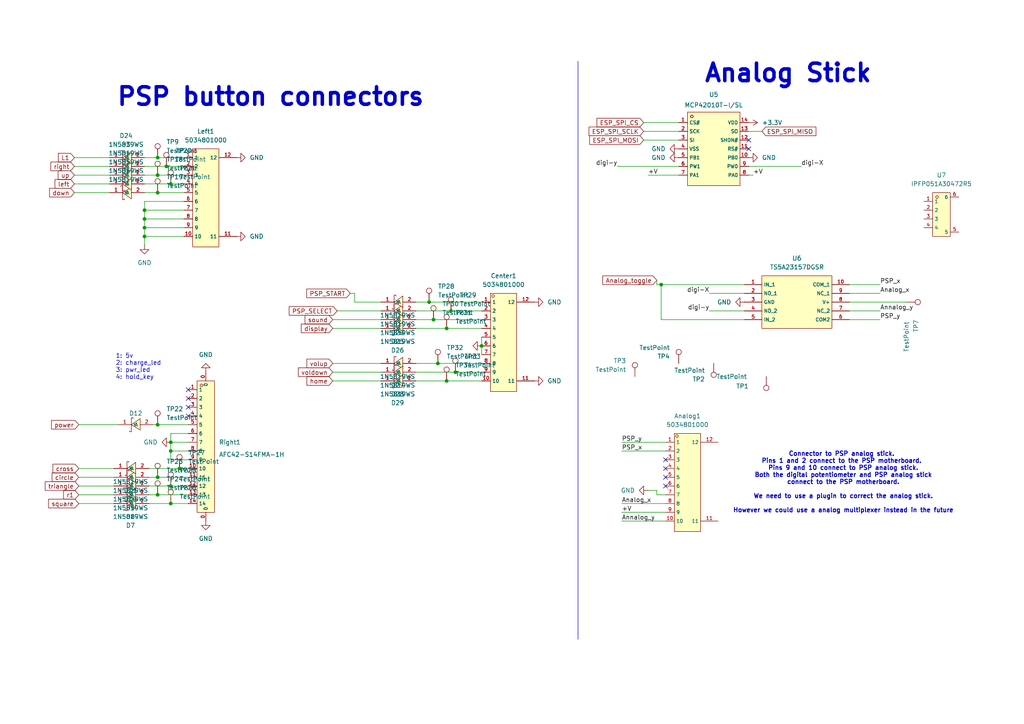
<source format=kicad_sch>
(kicad_sch (version 20231120) (generator "eeschema") (generator_version "8.0")
  (paper "A4")
  (title_block (title "PSP-Bluetooth") (date "2024-07-25") (rev "0.1") (comment 2 "https://github.com/ste2425/PSP-Bluetooth") (comment 4 "UNDER REVIEW - SUBJECT TO CHANGE"))
  (lib_symbols
    (symbol "5034801000_1"
      (property "Reference" "P" (at 0 1.27 0))
      (property "Value" "5034801000" (at 0 -2.54 0))
      (symbol "5034801000_1_0_1"
        (rectangle (start -1.27 13.97) (end 6.35 -14.478) (fill (type background)))
        (circle (center -0.508 13.208) (radius 0.381) (fill (type background)))
        (pin unspecified line (at -3.81 11.43 0) (length 2.54) (name "1") (number "1"))
        (pin unspecified line (at -3.81 -11.43 0) (length 2.54) (name "10") (number "10"))
        (pin unspecified line (at 11.43 -11.43 180) (length 5.08) (name "11") (number "11"))
        (pin unspecified line (at 11.43 11.43 180) (length 5.08) (name "12") (number "12"))
        (pin unspecified line (at -3.81 8.89 0) (length 2.54) (name "2") (number "2"))
        (pin unspecified line (at -3.81 6.35 0) (length 2.54) (name "3") (number "3"))
        (pin unspecified line (at -3.81 3.81 0) (length 2.54) (name "4") (number "4"))
        (pin unspecified line (at -3.81 1.27 0) (length 2.54) (name "5") (number "5"))
        (pin unspecified line (at -3.81 -1.27 0) (length 2.54) (name "6") (number "6"))
        (pin unspecified line (at -3.81 -3.81 0) (length 2.54) (name "7") (number "7"))
        (pin unspecified line (at -3.81 -6.35 0) (length 2.54) (name "8") (number "8"))
        (pin unspecified line (at -3.81 -8.89 0) (length 2.54) (name "9") (number "9"))
      )
    )
    (symbol "Connector:TestPoint" (pin_numbers hide) (pin_names (offset 0.762) hide)
      (property "Reference" "TP" (at 0 6.858 0))
      (property "Value" "TestPoint" (at 0 5.08 0))
      (symbol "TestPoint_0_1"
        (circle (center 0 3.302) (radius 0.762))
      )
      (symbol "TestPoint_1_1"
        (pin passive line (at 0 0 90) (length 2.54) (name "1") (number "1"))
      )
    )
    (symbol "JLCPCB_schematic:1N5819WS"
      (property "Reference" "D" (at 0 1.27 0))
      (property "Value" "1N5819WS" (at 0 -2.54 0))
      (symbol "1N5819WS_0_1"
        (polyline (pts (xy -1.27 0) (xy -1.27 -2.032) (xy -0.762 -2.032) (xy -0.762 -1.778)))
        (polyline (pts (xy -1.27 0) (xy -1.27 2.032) (xy -1.778 2.032) (xy -1.778 1.778)))
        (polyline (pts (xy 1.27 1.524) (xy -1.27 0) (xy 1.27 -1.778) (xy 1.27 1.524)) (fill (type background)))
        (pin unspecified line (at -5.08 0 0) (length 3.81) (name "K") (number "1"))
        (pin unspecified line (at 5.08 0 180) (length 3.81) (name "A") (number "2"))
      )
    )
    (symbol "JLCPCB_schematic:AFC42-S14FMA-1H"
      (property "Reference" "U" (at 0 1.27 0))
      (property "Value" "AFC42-S14FMA-1H" (at 0 -2.54 0))
      (symbol "AFC42-S14FMA-1H_0_1"
        (rectangle (start -2.54 19.05) (end 2.54 -19.05) (fill (type background)))
        (circle (center -1.27 17.78) (radius 0.381) (fill (type background)))
        (pin unspecified line (at 0 -21.59 90) (length 2.54) (name "0") (number "0"))
        (pin unspecified line (at 0 21.59 270) (length 2.54) (name "0") (number "0"))
        (pin unspecified line (at -5.08 16.51 0) (length 2.54) (name "1") (number "1"))
        (pin unspecified line (at -5.08 -6.35 0) (length 2.54) (name "10") (number "10"))
        (pin unspecified line (at -5.08 -8.89 0) (length 2.54) (name "11") (number "11"))
        (pin unspecified line (at -5.08 -11.43 0) (length 2.54) (name "12") (number "12"))
        (pin unspecified line (at -5.08 -13.97 0) (length 2.54) (name "13") (number "13"))
        (pin unspecified line (at -5.08 -16.51 0) (length 2.54) (name "14") (number "14"))
        (pin unspecified line (at -5.08 13.97 0) (length 2.54) (name "2") (number "2"))
        (pin unspecified line (at -5.08 11.43 0) (length 2.54) (name "3") (number "3"))
        (pin unspecified line (at -5.08 8.89 0) (length 2.54) (name "4") (number "4"))
        (pin unspecified line (at -5.08 6.35 0) (length 2.54) (name "5") (number "5"))
        (pin unspecified line (at -5.08 3.81 0) (length 2.54) (name "6") (number "6"))
        (pin unspecified line (at -5.08 1.27 0) (length 2.54) (name "7") (number "7"))
        (pin unspecified line (at -5.08 -1.27 0) (length 2.54) (name "8") (number "8"))
        (pin unspecified line (at -5.08 -3.81 0) (length 2.54) (name "9") (number "9"))
      )
    )
    (symbol "JLCPCB_schematic:IPFP051A30472R5"
      (property "Reference" "U" (at 0 1.27 0))
      (property "Value" "IPFP051A30472R5" (at 0 -2.54 0))
      (symbol "IPFP051A30472R5_0_1"
        (rectangle (start -2.54 6.35) (end 2.54 -6.35) (fill (type background)))
        (circle (center -1.27 5.08) (radius 0.381) (fill (type background)))
        (pin unspecified line (at -5.08 3.81 0) (length 2.54) (name "1") (number "1"))
        (pin unspecified line (at -5.08 1.27 0) (length 2.54) (name "2") (number "2"))
        (pin unspecified line (at -5.08 -1.27 0) (length 2.54) (name "3") (number "3"))
        (pin unspecified line (at -5.08 -3.81 0) (length 2.54) (name "4") (number "4"))
        (pin unspecified line (at 5.08 -5.08 180) (length 2.54) (name "5") (number "5"))
        (pin unspecified line (at 5.08 5.08 180) (length 2.54) (name "6") (number "6"))
      )
    )
    (symbol "JLCPCB_schematic:MCP42010T-I/SL"
      (property "Reference" "U" (at 0 1.27 0))
      (property "Value" "MCP42010T-I{slash}SL" (at 0 -2.54 0))
      (symbol "MCP42010T-I/SL_0_1"
        (rectangle (start -7.62 10.668) (end 7.62 -10.668) (fill (type background)))
        (circle (center -6.35 9.398) (radius 0.381) (fill (type background)))
        (circle (center -6.35 9.398) (radius 0.381) (fill (type background)))
        (pin unspecified line (at -10.16 7.62 0) (length 2.54) (name "CS#") (number "1"))
        (pin unspecified line (at 10.16 -2.54 180) (length 2.54) (name "PB0") (number "10"))
        (pin unspecified line (at 10.16 0 180) (length 2.54) (name "RS#") (number "11"))
        (pin unspecified line (at 10.16 2.54 180) (length 2.54) (name "SHDN#") (number "12"))
        (pin unspecified line (at 10.16 5.08 180) (length 2.54) (name "SO") (number "13"))
        (pin unspecified line (at 10.16 7.62 180) (length 2.54) (name "VDD") (number "14"))
        (pin unspecified line (at -10.16 5.08 0) (length 2.54) (name "SCK") (number "2"))
        (pin unspecified line (at -10.16 2.54 0) (length 2.54) (name "SI") (number "3"))
        (pin unspecified line (at -10.16 0 0) (length 2.54) (name "VSS") (number "4"))
        (pin unspecified line (at -10.16 -2.54 0) (length 2.54) (name "PB1") (number "5"))
        (pin unspecified line (at -10.16 -5.08 0) (length 2.54) (name "PW1") (number "6"))
        (pin unspecified line (at -10.16 -7.62 0) (length 2.54) (name "PA1") (number "7"))
        (pin unspecified line (at 10.16 -7.62 180) (length 2.54) (name "PA0") (number "8"))
        (pin unspecified line (at 10.16 -5.08 180) (length 2.54) (name "PW0") (number "9"))
      )
    )
    (symbol "JLCPCB_schematic:TS5A23157DGSR"
      (property "Reference" "U" (at 0 1.27 0))
      (property "Value" "TS5A23157DGSR" (at 0 -2.54 0))
      (symbol "TS5A23157DGSR_0_1"
        (rectangle (start -10.16 7.62) (end 10.16 -7.62) (fill (type background)))
        (pin unspecified line (at -15.24 5.08 0) (length 5.08) (name "IN_1") (number "1"))
        (pin unspecified line (at 15.24 5.08 180) (length 5.08) (name "COM_1") (number "10"))
        (pin unspecified line (at -15.24 2.54 0) (length 5.08) (name "NO_1") (number "2"))
        (pin unspecified line (at -15.24 0 0) (length 5.08) (name "GND") (number "3"))
        (pin unspecified line (at -15.24 -2.54 0) (length 5.08) (name "NO_2") (number "4"))
        (pin unspecified line (at -15.24 -5.08 0) (length 5.08) (name "IN_2") (number "5"))
        (pin unspecified line (at 15.24 -5.08 180) (length 5.08) (name "COM2") (number "6"))
        (pin unspecified line (at 15.24 -2.54 180) (length 5.08) (name "NC_2") (number "7"))
        (pin unspecified line (at 15.24 0 180) (length 5.08) (name "V+") (number "8"))
        (pin unspecified line (at 15.24 2.54 180) (length 5.08) (name "NC_1") (number "9"))
      )
    )
    (symbol "power:+3.3V" (power) (pin_numbers hide) (pin_names (offset 0) hide)
      (property "Value" "+3.3V" (at 0 3.556 0))
      (symbol "+3.3V_0_1"
        (polyline (pts (xy -0.762 1.27) (xy 0 2.54)))
        (polyline (pts (xy 0 0) (xy 0 2.54)))
        (polyline (pts (xy 0 2.54) (xy 0.762 1.27)))
      )
      (symbol "+3.3V_1_1"
        (pin power_in line (at 0 0 90) (length 0) (name "~") (number "1"))
      )
    )
    (symbol "power:GND" (power) (pin_numbers hide) (pin_names (offset 0) hide)
      (property "Value" "GND" (at 0 -3.81 0))
      (symbol "GND_0_1"
        (polyline (pts (xy 0 0) (xy 0 -1.27) (xy 1.27 -1.27) (xy 0 -2.54) (xy -1.27 -1.27) (xy 0 -1.27)))
      )
      (symbol "GND_1_1"
        (pin power_in line (at 0 0 270) (length 0) (name "~") (number "1"))
      )
    )
  )
  (junction (at 49.53 128.27))
  (junction (at 49.53 130.81))
  (junction (at 45.72 55.88))
  (junction (at 52.07 135.89))
  (junction (at 45.72 143.51))
  (junction (at 127 105.41))
  (junction (at 45.72 123.19))
  (junction (at 130.81 90.17))
  (junction (at 45.72 138.43))
  (junction (at 41.91 60.96))
  (junction (at 132.08 107.95))
  (junction (at 139.7 100.33))
  (junction (at 49.53 140.97))
  (junction (at 49.53 53.34))
  (junction (at 49.53 146.05))
  (junction (at 191.77 82.55))
  (junction (at 129.54 110.49))
  (junction (at 45.72 45.72))
  (junction (at 129.54 95.25))
  (junction (at 41.91 68.58))
  (junction (at 48.26 48.26))
  (junction (at 124.46 87.63))
  (junction (at 45.72 50.8))
  (junction (at 41.91 66.04))
  (junction (at 125.73 92.71))
  (junction (at 41.91 63.5))
  (no_connect (at 193.04 135.89))
  (no_connect (at 217.17 43.18))
  (no_connect (at 54.61 113.03))
  (no_connect (at 193.04 140.97))
  (no_connect (at 54.61 115.57))
  (no_connect (at 217.17 40.64))
  (no_connect (at 193.04 133.35))
  (no_connect (at 193.04 138.43))
  (no_connect (at 54.61 120.65))
  (no_connect (at 54.61 118.11))
  (wire (pts (xy 43.18 140.97) (xy 49.53 140.97)))
  (wire (pts (xy 180.34 148.59) (xy 193.04 148.59)))
  (wire (pts (xy 186.69 35.56) (xy 196.85 35.56)))
  (wire (pts (xy 21.59 50.8) (xy 31.75 50.8)))
  (wire (pts (xy 54.61 130.81) (xy 49.53 130.81)))
  (wire (pts (xy 21.59 55.88) (xy 31.75 55.88)))
  (wire (pts (xy 96.52 110.49) (xy 110.49 110.49)))
  (wire (pts (xy 120.65 95.25) (xy 129.54 95.25)))
  (wire (pts (xy 45.72 50.8) (xy 53.34 50.8)))
  (wire (pts (xy 41.91 68.58) (xy 53.34 68.58)))
  (wire (pts (xy 191.77 82.55) (xy 190.5 82.55)))
  (wire (pts (xy 139.7 97.79) (xy 139.7 100.33)))
  (wire (pts (xy 54.61 125.73) (xy 49.53 125.73)))
  (wire (pts (xy 49.53 133.35) (xy 49.53 130.81)))
  (wire (pts (xy 186.69 40.64) (xy 196.85 40.64)))
  (wire (pts (xy 127 105.41) (xy 139.7 105.41)))
  (wire (pts (xy 97.79 90.17) (xy 110.49 90.17)))
  (wire (pts (xy 49.53 130.81) (xy 49.53 128.27)))
  (wire (pts (xy 246.38 92.71) (xy 255.27 92.71)))
  (wire (pts (xy 246.38 85.09) (xy 255.27 85.09)))
  (wire (pts (xy 215.9 92.71) (xy 191.77 92.71)))
  (wire (pts (xy 22.86 146.05) (xy 33.02 146.05)))
  (wire (pts (xy 41.91 58.42) (xy 41.91 60.96)))
  (wire (pts (xy 44.45 123.19) (xy 45.72 123.19)))
  (wire (pts (xy 102.87 87.63) (xy 110.49 87.63)))
  (wire (pts (xy 180.34 146.05) (xy 193.04 146.05)))
  (wire (pts (xy 41.91 45.72) (xy 45.72 45.72)))
  (wire (pts (xy 217.17 50.8) (xy 218.44 50.8)))
  (wire (pts (xy 129.54 110.49) (xy 139.7 110.49)))
  (wire (pts (xy 43.18 146.05) (xy 49.53 146.05)))
  (wire (pts (xy 22.86 140.97) (xy 33.02 140.97)))
  (wire (pts (xy 52.07 135.89) (xy 54.61 135.89)))
  (wire (pts (xy 41.91 53.34) (xy 49.53 53.34)))
  (wire (pts (xy 120.65 105.41) (xy 127 105.41)))
  (wire (pts (xy 43.18 138.43) (xy 45.72 138.43)))
  (wire (pts (xy 22.86 143.51) (xy 33.02 143.51)))
  (wire (pts (xy 215.9 82.55) (xy 191.77 82.55)))
  (wire (pts (xy 180.34 151.13) (xy 193.04 151.13)))
  (wire (pts (xy 41.91 66.04) (xy 41.91 68.58)))
  (wire (pts (xy 49.53 146.05) (xy 54.61 146.05)))
  (wire (pts (xy 41.91 63.5) (xy 41.91 66.04)))
  (wire (pts (xy 246.38 82.55) (xy 255.27 82.55)))
  (wire (pts (xy 49.53 140.97) (xy 54.61 140.97)))
  (wire (pts (xy 193.04 143.51) (xy 190.5 143.51)))
  (wire (pts (xy 120.65 110.49) (xy 129.54 110.49)))
  (wire (pts (xy 101.6 85.09) (xy 102.87 85.09)))
  (wire (pts (xy 21.59 53.34) (xy 31.75 53.34)))
  (wire (pts (xy 102.87 85.09) (xy 102.87 87.63)))
  (wire (pts (xy 132.08 107.95) (xy 139.7 107.95)))
  (wire (pts (xy 54.61 133.35) (xy 49.53 133.35)))
  (wire (pts (xy 96.52 95.25) (xy 110.49 95.25)))
  (wire (pts (xy 217.17 38.1) (xy 220.98 38.1)))
  (wire (pts (xy 41.91 66.04) (xy 53.34 66.04)))
  (wire (pts (xy 45.72 143.51) (xy 54.61 143.51)))
  (wire (pts (xy 205.74 90.17) (xy 215.9 90.17)))
  (wire (pts (xy 21.59 48.26) (xy 31.75 48.26)))
  (wire (pts (xy 96.52 105.41) (xy 110.49 105.41)))
  (wire (pts (xy 43.18 135.89) (xy 52.07 135.89)))
  (wire (pts (xy 205.74 85.09) (xy 215.9 85.09)))
  (wire (pts (xy 190.5 143.51) (xy 190.5 142.24)))
  (wire (pts (xy 49.53 128.27) (xy 49.53 125.73)))
  (wire (pts (xy 246.38 87.63) (xy 262.89 87.63)))
  (wire (pts (xy 45.72 55.88) (xy 53.34 55.88)))
  (wire (pts (xy 41.91 60.96) (xy 41.91 63.5)))
  (wire (pts (xy 190.5 82.55) (xy 190.5 81.28)))
  (wire (pts (xy 180.34 128.27) (xy 193.04 128.27)))
  (wire (pts (xy 180.34 130.81) (xy 193.04 130.81)))
  (wire (pts (xy 54.61 128.27) (xy 49.53 128.27)))
  (wire (pts (xy 232.41 48.26) (xy 217.17 48.26)))
  (wire (pts (xy 22.86 123.19) (xy 34.29 123.19)))
  (wire (pts (xy 96.52 92.71) (xy 110.49 92.71)))
  (wire (pts (xy 120.65 87.63) (xy 124.46 87.63)))
  (polyline (pts (xy 167.64 17.78) (xy 167.64 185.42)))
  (wire (pts (xy 186.69 38.1) (xy 196.85 38.1)))
  (wire (pts (xy 191.77 92.71) (xy 191.77 82.55)))
  (wire (pts (xy 96.52 107.95) (xy 110.49 107.95)))
  (wire (pts (xy 22.86 135.89) (xy 33.02 135.89)))
  (wire (pts (xy 53.34 58.42) (xy 41.91 58.42)))
  (wire (pts (xy 41.91 48.26) (xy 48.26 48.26)))
  (wire (pts (xy 21.59 45.72) (xy 31.75 45.72)))
  (wire (pts (xy 45.72 123.19) (xy 54.61 123.19)))
  (wire (pts (xy 179.07 48.26) (xy 196.85 48.26)))
  (wire (pts (xy 41.91 63.5) (xy 53.34 63.5)))
  (wire (pts (xy 41.91 68.58) (xy 41.91 71.12)))
  (wire (pts (xy 190.5 142.24) (xy 187.96 142.24)))
  (wire (pts (xy 124.46 87.63) (xy 139.7 87.63)))
  (wire (pts (xy 129.54 95.25) (xy 139.7 95.25)))
  (wire (pts (xy 22.86 138.43) (xy 33.02 138.43)))
  (wire (pts (xy 41.91 50.8) (xy 45.72 50.8)))
  (wire (pts (xy 45.72 45.72) (xy 53.34 45.72)))
  (wire (pts (xy 43.18 143.51) (xy 45.72 143.51)))
  (wire (pts (xy 187.96 50.8) (xy 196.85 50.8)))
  (wire (pts (xy 48.26 48.26) (xy 53.34 48.26)))
  (wire (pts (xy 120.65 107.95) (xy 132.08 107.95)))
  (wire (pts (xy 41.91 60.96) (xy 53.34 60.96)))
  (wire (pts (xy 41.91 55.88) (xy 45.72 55.88)))
  (wire (pts (xy 49.53 53.34) (xy 53.34 53.34)))
  (wire (pts (xy 139.7 100.33) (xy 139.7 102.87)))
  (wire (pts (xy 130.81 90.17) (xy 139.7 90.17)))
  (wire (pts (xy 45.72 138.43) (xy 54.61 138.43)))
  (wire (pts (xy 120.65 92.71) (xy 125.73 92.71)))
  (wire (pts (xy 246.38 90.17) (xy 255.27 90.17)))
  (wire (pts (xy 120.65 90.17) (xy 130.81 90.17)))
  (wire (pts (xy 125.73 92.71) (xy 139.7 92.71)))
  (text "PSP button connectors" (at 78.486 28.194 0) (effects (font (size 5.08 5.08) (thickness 1.016) (bold yes))))
  (text "1: 5v\n2: charge_led\n3: pwr_led\n4: hold_key" (at 33.528 106.426 0) (effects (font (size 1.27 1.27)) (justify left)))
  (text "Analog Stick" (at 228.6 21.336 0) (effects (font (size 5.08 5.08) (thickness 1.016) (bold yes))))
  (text "Connector to PSP analog stick. \nPins 1 and 2 connect to the PSP motherboard. \nPins 9 and 10 connect to PSP analog stick.\nBoth the digital potentiometer and PSP analog stick\nconnect to the PSP motherboard.\n\nWe need to use a plugin to correct the analog stick.\n\nHowever we could use a analog multiplexer instead in the future" (at 244.602 139.954 0) (effects (font (size 1.27 1.27) (bold yes))))
  (label "Analog_x" (at 180.34 146.05 0))
  (label "PSP_x" (at 255.27 82.55 0))
  (label "digi-X" (at 232.41 48.26 0))
  (label "+V" (at 180.34 148.59 0))
  (label "PSP_y" (at 180.34 128.27 0))
  (label "+V" (at 187.96 50.8 0))
  (label "Analog_x" (at 255.27 85.09 0))
  (label "PSP_x" (at 180.34 130.81 0))
  (label "+V" (at 218.44 50.8 0))
  (label "digi-y" (at 205.74 90.17 180))
  (label "PSP_y" (at 255.27 92.71 0))
  (label "digi-y" (at 179.07 48.26 180))
  (label "digi-X" (at 205.74 85.09 180))
  (label "Annalog_y" (at 180.34 151.13 0))
  (label "Annalog_y" (at 255.27 90.17 0))
  (global_label "down" (shape input) (at 21.59 55.88 180) (property "Intersheetrefs" "${INTERSHEET_REFS}" (effects (hide yes))))
  (global_label "triangle" (shape input) (at 22.86 140.97 180) (property "Intersheetrefs" "${INTERSHEET_REFS}" (effects (hide yes))))
  (global_label "ESP_SPI_MOSI" (shape input) (at 186.69 40.64 180) (property "Intersheetrefs" "${INTERSHEET_REFS}" (effects (hide yes))))
  (global_label "power" (shape input) (at 22.86 123.19 180) (property "Intersheetrefs" "${INTERSHEET_REFS}" (effects (hide yes))))
  (global_label "up" (shape input) (at 21.59 50.8 180) (property "Intersheetrefs" "${INTERSHEET_REFS}" (effects (hide yes))))
  (global_label "voldown" (shape input) (at 96.52 107.95 180) (property "Intersheetrefs" "${INTERSHEET_REFS}" (effects (hide yes))))
  (global_label "L1" (shape input) (at 21.59 45.72 180) (property "Intersheetrefs" "${INTERSHEET_REFS}" (effects (hide yes))))
  (global_label "circle" (shape input) (at 22.86 138.43 180) (property "Intersheetrefs" "${INTERSHEET_REFS}" (effects (hide yes))))
  (global_label "sound" (shape input) (at 96.52 92.71 180) (property "Intersheetrefs" "${INTERSHEET_REFS}" (effects (hide yes))))
  (global_label "Analog_toggle" (shape input) (at 190.5 81.28 180) (property "Intersheetrefs" "${INTERSHEET_REFS}" (effects (hide yes))))
  (global_label "cross" (shape input) (at 22.86 135.89 180) (property "Intersheetrefs" "${INTERSHEET_REFS}" (effects (hide yes))))
  (global_label "ESP_SPI_MISO" (shape input) (at 220.98 38.1 0) (property "Intersheetrefs" "${INTERSHEET_REFS}" (effects (hide yes))))
  (global_label "r1" (shape input) (at 22.86 143.51 180) (property "Intersheetrefs" "${INTERSHEET_REFS}" (effects (hide yes))))
  (global_label "left" (shape input) (at 21.59 53.34 180) (property "Intersheetrefs" "${INTERSHEET_REFS}" (effects (hide yes))))
  (global_label "ESP_SPI_CS" (shape input) (at 186.69 35.56 180) (property "Intersheetrefs" "${INTERSHEET_REFS}" (effects (hide yes))))
  (global_label "volup" (shape input) (at 96.52 105.41 180) (property "Intersheetrefs" "${INTERSHEET_REFS}" (effects (hide yes))))
  (global_label "ESP_SPI_SCLK" (shape input) (at 186.69 38.1 180) (property "Intersheetrefs" "${INTERSHEET_REFS}" (effects (hide yes))))
  (global_label "PSP_SELECT" (shape input) (at 97.79 90.17 180) (property "Intersheetrefs" "${INTERSHEET_REFS}" (effects (hide yes))))
  (global_label "square" (shape input) (at 22.86 146.05 180) (property "Intersheetrefs" "${INTERSHEET_REFS}" (effects (hide yes))))
  (global_label "right" (shape input) (at 21.59 48.26 180) (property "Intersheetrefs" "${INTERSHEET_REFS}" (effects (hide yes))))
  (global_label "home" (shape input) (at 96.52 110.49 180) (property "Intersheetrefs" "${INTERSHEET_REFS}" (effects (hide yes))))
  (global_label "display" (shape input) (at 96.52 95.25 180) (property "Intersheetrefs" "${INTERSHEET_REFS}" (effects (hide yes))))
  (global_label "PSP_START" (shape input) (at 101.6 85.09 180) (property "Intersheetrefs" "${INTERSHEET_REFS}" (effects (hide yes))))
  (symbol (lib_id "power:GND") (at 154.94 87.63 90) (unit 1)
    (property "Reference" "#PWR039" (effects (hide yes)))
    (property "Value" "GND" (at 158.75 87.6299 90) (effects (justify right)))
    (property "Description" "Power symbol creates a global label with name \"GND\" , ground" (effects (hide yes)))
  )
  (symbol (lib_id "power:GND") (at 59.69 107.95 180) (unit 1)
    (property "Reference" "#PWR068" (effects (hide yes)))
    (property "Value" "GND" (at 59.69 102.87 0))
    (property "Description" "Power symbol creates a global label with name \"GND\" , ground" (effects (hide yes)))
  )
  (symbol (lib_id "power:GND") (at 68.58 68.58 90) (unit 1)
    (property "Reference" "#PWR047" (effects (hide yes)))
    (property "Value" "GND" (at 72.39 68.5799 90) (effects (justify right)))
    (property "Description" "Power symbol creates a global label with name \"GND\" , ground" (effects (hide yes)))
  )
  (symbol (lib_id "JLCPCB_schematic:1N5819WS") (at 36.83 53.34 0) (unit 1)
    (property "Reference" "D5" (at 36.576 46.99 0))
    (property "Value" "1N5819WS" (at 36.576 49.53 0))
    (property "Footprint" "JLCPCB_footprint:SOD-323_L1.8-W1.3-LS2.5-RD" (effects (hide yes)))
    (property "Datasheet" "https://item.szlcsc.com/295156.html" (effects (hide yes)))
    (property "Description" "shotkey diode" (effects (hide yes)))
    (property "LCSC" "C191023" (effects (hide yes)))
  )
  (symbol (lib_id "JLCPCB_schematic:IPFP051A30472R5") (at 273.05 62.23 0) (unit 1)
    (property "Reference" "U7" (at 273.05 50.8 0))
    (property "Value" "IPFP051A30472R5" (at 273.05 53.34 0))
    (property "Footprint" "JLCPCB_footprint:FPC-SMD_4P-P0.50_C9900013912" (effects (hide yes)))
    (property "Datasheet" "https://img.jlc.com/image//data/smt-stock-produce/componentSizePhoto/2022-04-12/ea2c04014117488b9578fa04d79ee18d/BG2204100159_D22032900071_font.png" (effects (hide yes)))
    (property "LCSC" "C5127055" (effects (hide yes)))
  )
  (symbol (lib_id "power:GND") (at 59.69 151.13 0) (unit 1)
    (property "Reference" "#PWR069" (effects (hide yes)))
    (property "Value" "GND" (at 59.69 156.21 0))
    (property "Description" "Power symbol creates a global label with name \"GND\" , ground" (effects (hide yes)))
  )
  (symbol (lib_id "Connector:TestPoint") (at 45.72 55.88 0) (unit 1)
    (property "Reference" "TP19" (at 48.26 51.3079 0) (effects (justify left)))
    (property "Value" "TestPoint" (at 48.26 53.8479 0) (effects (justify left)))
    (property "Footprint" "TestPoint:TestPoint_Pad_1.0x1.0mm" (effects (hide yes)))
    (property "Description" "test point" (effects (hide yes)))
  )
  (symbol (lib_id "JLCPCB_schematic:1N5819WS") (at 38.1 146.05 0) (mirror x) (unit 1)
    (property "Reference" "D7" (at 37.846 152.4 0))
    (property "Value" "1N5819WS" (at 37.846 149.86 0))
    (property "Footprint" "JLCPCB_footprint:SOD-323_L1.8-W1.3-LS2.5-RD" (effects (hide yes)))
    (property "Datasheet" "https://item.szlcsc.com/295156.html" (effects (hide yes)))
    (property "Description" "shotkey diode" (effects (hide yes)))
    (property "LCSC" "C191023" (effects (hide yes)))
  )
  (symbol (lib_id "power:GND") (at 187.96 142.24 270) (unit 1)
    (property "Reference" "#PWR040" (effects (hide yes)))
    (property "Value" "GND" (at 184.15 142.2399 90) (effects (justify right)))
    (property "Description" "Power symbol creates a global label with name \"GND\" , ground" (effects (hide yes)))
  )
  (symbol (lib_id "power:GND") (at 41.91 71.12 0) (unit 1)
    (property "Reference" "#PWR037" (effects (hide yes)))
    (property "Value" "GND" (at 41.91 76.2 0))
    (property "Description" "Power symbol creates a global label with name \"GND\" , ground" (effects (hide yes)))
  )
  (symbol (lib_name "5034801000_1") (lib_id "JLCPCB_schematic:5034801000") (at 143.51 99.06 0) (unit 1)
    (property "Reference" "Center1" (at 146.05 80.01 0))
    (property "Value" "5034801000" (at 146.05 82.55 0))
    (property "Footprint" "JLCPCB_footprint:FPC-SMD_5034801000" (effects (hide yes)))
    (property "Datasheet" "https://item.szlcsc.com/138637.html" (effects (hide yes)))
    (property "Description" "10pin FFC" (effects (hide yes)))
    (property "LCSC" "C127355" (effects (hide yes)))
  )
  (symbol (lib_id "Connector:TestPoint") (at 207.01 105.41 180) (unit 1)
    (property "Reference" "TP2" (at 204.47 109.9821 0) (effects (justify left)))
    (property "Value" "TestPoint" (at 204.47 107.4421 0) (effects (justify left)))
    (property "Footprint" "TestPoint:TestPoint_Pad_1.5x1.5mm" (effects (hide yes)))
    (property "Description" "test point" (effects (hide yes)))
  )
  (symbol (lib_id "Connector:TestPoint") (at 45.72 143.51 0) (unit 1)
    (property "Reference" "TP24" (at 48.26 138.9379 0) (effects (justify left)))
    (property "Value" "TestPoint" (at 48.26 141.4779 0) (effects (justify left)))
    (property "Footprint" "TestPoint:TestPoint_Pad_1.0x1.0mm" (effects (hide yes)))
    (property "Description" "test point" (effects (hide yes)))
  )
  (symbol (lib_id "JLCPCB_schematic:AFC42-S14FMA-1H") (at 59.69 129.54 0) (unit 1)
    (property "Reference" "Right1" (at 63.5 128.2699 0) (effects (justify left)))
    (property "Value" "AFC42-S14FMA-1H" (at 63.5 131.826 0) (effects (justify left)))
    (property "Footprint" "JLCPCB_footprint:CONN-SMD_14P-P0.50_L3.1-W9.0" (effects (hide yes)))
    (property "Datasheet" "https://item.szlcsc.com/472046.html?ref=editor&logined=true" (effects (hide yes)))
    (property "Description" "14pin 0.5mm pitch 1mm height top/bottom contacts" (effects (hide yes)))
    (property "LCSC" "C466533" (effects (hide yes)))
  )
  (symbol (lib_id "JLCPCB_schematic:1N5819WS") (at 38.1 138.43 0) (mirror x) (unit 1)
    (property "Reference" "D10" (at 37.846 144.78 0))
    (property "Value" "1N5819WS" (at 37.846 142.24 0))
    (property "Footprint" "JLCPCB_footprint:SOD-323_L1.8-W1.3-LS2.5-RD" (effects (hide yes)))
    (property "Datasheet" "https://item.szlcsc.com/295156.html" (effects (hide yes)))
    (property "Description" "shotkey diode" (effects (hide yes)))
    (property "LCSC" "C191023" (effects (hide yes)))
  )
  (symbol (lib_id "Connector:TestPoint") (at 262.89 87.63 270) (unit 1)
    (property "Reference" "TP7" (at 265.684 92.71 0) (effects (justify left)))
    (property "Value" "TestPoint" (at 262.89 93.218 0) (effects (justify left)))
    (property "Footprint" "TestPoint:TestPoint_Pad_1.5x1.5mm" (effects (hide yes)))
    (property "Description" "test point" (effects (hide yes)))
  )
  (symbol (lib_name "5034801000_1") (lib_id "JLCPCB_schematic:5034801000") (at 196.85 139.7 0) (unit 1)
    (property "Reference" "Analog1" (at 199.39 120.65 0))
    (property "Value" "5034801000" (at 199.39 123.19 0))
    (property "Footprint" "JLCPCB_footprint:FPC-SMD_5034801000" (effects (hide yes)))
    (property "Datasheet" "https://item.szlcsc.com/138637.html" (effects (hide yes)))
    (property "Description" "10pin FFC" (effects (hide yes)))
    (property "LCSC" "C127355" (effects (hide yes)))
  )
  (symbol (lib_id "Connector:TestPoint") (at 45.72 138.43 0) (unit 1)
    (property "Reference" "TP23" (at 48.26 133.8579 0) (effects (justify left)))
    (property "Value" "TestPoint" (at 48.26 136.3979 0) (effects (justify left)))
    (property "Footprint" "TestPoint:TestPoint_Pad_1.0x1.0mm" (effects (hide yes)))
    (property "Description" "test point" (effects (hide yes)))
  )
  (symbol (lib_id "Connector:TestPoint") (at 222.25 109.22 180) (unit 1)
    (property "Reference" "TP1" (at 217.17 112.014 0) (effects (justify left)))
    (property "Value" "TestPoint" (at 216.662 109.22 0) (effects (justify left)))
    (property "Footprint" "TestPoint:TestPoint_Pad_1.5x1.5mm" (effects (hide yes)))
    (property "Description" "test point" (effects (hide yes)))
  )
  (symbol (lib_id "power:+3.3V") (at 217.17 35.56 270) (unit 1)
    (property "Reference" "#PWR024" (effects (hide yes)))
    (property "Value" "+3.3V" (at 220.98 35.5599 90) (effects (justify left)))
    (property "Description" "Power symbol creates a global label with name \"+3.3V\"" (effects (hide yes)))
  )
  (symbol (lib_id "Connector:TestPoint") (at 129.54 95.25 0) (unit 1)
    (property "Reference" "TP31" (at 132.08 90.6779 0) (effects (justify left)))
    (property "Value" "TestPoint" (at 132.08 93.2179 0) (effects (justify left)))
    (property "Footprint" "TestPoint:TestPoint_Pad_1.0x1.0mm" (effects (hide yes)))
    (property "Description" "test point" (effects (hide yes)))
  )
  (symbol (lib_id "JLCPCB_schematic:1N5819WS") (at 115.57 87.63 0) (mirror x) (unit 1)
    (property "Reference" "D1" (at 115.316 93.98 0))
    (property "Value" "1N5819WS" (at 115.316 91.44 0))
    (property "Footprint" "JLCPCB_footprint:SOD-323_L1.8-W1.3-LS2.5-RD" (effects (hide yes)))
    (property "Datasheet" "https://item.szlcsc.com/295156.html" (effects (hide yes)))
    (property "Description" "shotkey diode" (effects (hide yes)))
    (property "LCSC" "C191023" (effects (hide yes)))
  )
  (symbol (lib_id "Connector:TestPoint") (at 52.07 135.89 0) (unit 1)
    (property "Reference" "TP27" (at 54.61 131.3179 0) (effects (justify left)))
    (property "Value" "TestPoint" (at 54.61 133.8579 0) (effects (justify left)))
    (property "Footprint" "TestPoint:TestPoint_Pad_1.0x1.0mm" (effects (hide yes)))
    (property "Description" "test point" (effects (hide yes)))
  )
  (symbol (lib_id "Connector:TestPoint") (at 45.72 123.19 0) (unit 1)
    (property "Reference" "TP22" (at 48.26 118.6179 0) (effects (justify left)))
    (property "Value" "TestPoint" (at 48.26 121.1579 0) (effects (justify left)))
    (property "Footprint" "TestPoint:TestPoint_Pad_1.0x1.0mm" (effects (hide yes)))
    (property "Description" "test point" (effects (hide yes)))
  )
  (symbol (lib_id "JLCPCB_schematic:1N5819WS") (at 36.83 45.72 0) (unit 1)
    (property "Reference" "D24" (at 36.576 39.37 0))
    (property "Value" "1N5819WS" (at 36.576 41.91 0))
    (property "Footprint" "JLCPCB_footprint:SOD-323_L1.8-W1.3-LS2.5-RD" (effects (hide yes)))
    (property "Datasheet" "https://item.szlcsc.com/295156.html" (effects (hide yes)))
    (property "Description" "shotkey diode" (effects (hide yes)))
    (property "LCSC" "C191023" (effects (hide yes)))
  )
  (symbol (lib_id "power:GND") (at 139.7 100.33 270) (unit 1)
    (property "Reference" "#PWR064" (effects (hide yes)))
    (property "Value" "GND" (effects (hide yes)))
    (property "Description" "Power symbol creates a global label with name \"GND\" , ground" (effects (hide yes)))
  )
  (symbol (lib_id "Connector:TestPoint") (at 124.46 87.63 0) (unit 1)
    (property "Reference" "TP28" (at 127 83.0579 0) (effects (justify left)))
    (property "Value" "TestPoint" (at 127 85.5979 0) (effects (justify left)))
    (property "Footprint" "TestPoint:TestPoint_Pad_1.0x1.0mm" (effects (hide yes)))
    (property "Description" "test point" (effects (hide yes)))
  )
  (symbol (lib_id "Connector:TestPoint") (at 125.73 92.71 0) (unit 1)
    (property "Reference" "TP30" (at 128.27 88.1379 0) (effects (justify left)))
    (property "Value" "TestPoint" (at 128.27 90.6779 0) (effects (justify left)))
    (property "Footprint" "TestPoint:TestPoint_Pad_1.0x1.0mm" (effects (hide yes)))
    (property "Description" "test point" (effects (hide yes)))
  )
  (symbol (lib_id "power:GND") (at 215.9 87.63 270) (unit 1)
    (property "Reference" "#PWR051" (effects (hide yes)))
    (property "Value" "GND" (at 212.09 87.6299 90) (effects (justify right)))
    (property "Description" "Power symbol creates a global label with name \"GND\" , ground" (effects (hide yes)))
  )
  (symbol (lib_id "power:GND") (at 217.17 45.72 90) (unit 1)
    (property "Reference" "#PWR027" (effects (hide yes)))
    (property "Value" "GND" (at 220.98 45.7199 90) (effects (justify right)))
    (property "Description" "Power symbol creates a global label with name \"GND\" , ground" (effects (hide yes)))
  )
  (symbol (lib_id "JLCPCB_schematic:TS5A23157DGSR") (at 231.14 87.63 0) (unit 1)
    (property "Reference" "U6" (at 231.14 74.93 0))
    (property "Value" "TS5A23157DGSR" (at 231.14 77.47 0))
    (property "Footprint" "JLCPCB_footprint:MSOP-10_L3.0-W3.0-P0.50-LS5.0-BL" (effects (hide yes)))
    (property "Datasheet" "https://item.szlcsc.com/221388.html" (effects (hide yes)))
    (property "LCSC" "C11133" (effects (hide yes)))
  )
  (symbol (lib_id "JLCPCB_schematic:1N5819WS") (at 36.83 50.8 0) (unit 1)
    (property "Reference" "D4" (at 36.576 44.45 0))
    (property "Value" "1N5819WS" (at 36.576 46.99 0))
    (property "Footprint" "JLCPCB_footprint:SOD-323_L1.8-W1.3-LS2.5-RD" (effects (hide yes)))
    (property "Datasheet" "https://item.szlcsc.com/295156.html" (effects (hide yes)))
    (property "Description" "shotkey diode" (effects (hide yes)))
    (property "LCSC" "C191023" (effects (hide yes)))
  )
  (symbol (lib_id "JLCPCB_schematic:1N5819WS") (at 38.1 140.97 0) (mirror x) (unit 1)
    (property "Reference" "D9" (at 37.846 147.32 0))
    (property "Value" "1N5819WS" (at 37.846 144.78 0))
    (property "Footprint" "JLCPCB_footprint:SOD-323_L1.8-W1.3-LS2.5-RD" (effects (hide yes)))
    (property "Datasheet" "https://item.szlcsc.com/295156.html" (effects (hide yes)))
    (property "Description" "shotkey diode" (effects (hide yes)))
    (property "LCSC" "C191023" (effects (hide yes)))
  )
  (symbol (lib_name "5034801000_1") (lib_id "JLCPCB_schematic:5034801000") (at 57.15 57.15 0) (unit 1)
    (property "Reference" "Left1" (at 59.69 38.1 0))
    (property "Value" "5034801000" (at 59.69 40.64 0))
    (property "Footprint" "JLCPCB_footprint:FPC-SMD_5034801000" (effects (hide yes)))
    (property "Datasheet" "https://item.szlcsc.com/138637.html" (effects (hide yes)))
    (property "Description" "10pin FFC" (effects (hide yes)))
    (property "LCSC" "C127355" (effects (hide yes)))
  )
  (symbol (lib_id "Connector:TestPoint") (at 132.08 107.95 0) (unit 1)
    (property "Reference" "TP33" (at 134.62 103.3779 0) (effects (justify left)))
    (property "Value" "TestPoint" (at 134.62 105.9179 0) (effects (justify left)))
    (property "Footprint" "TestPoint:TestPoint_Pad_1.0x1.0mm" (effects (hide yes)))
    (property "Description" "test point" (effects (hide yes)))
  )
  (symbol (lib_id "Connector:TestPoint") (at 49.53 140.97 0) (unit 1)
    (property "Reference" "TP25" (at 52.07 136.3979 0) (effects (justify left)))
    (property "Value" "TestPoint" (at 52.07 138.9379 0) (effects (justify left)))
    (property "Footprint" "TestPoint:TestPoint_Pad_1.0x1.0mm" (effects (hide yes)))
    (property "Description" "test point" (effects (hide yes)))
  )
  (symbol (lib_id "JLCPCB_schematic:MCP42010T-I/SL") (at 207.01 43.18 0) (unit 1)
    (property "Reference" "U5" (at 207.01 27.432 0))
    (property "Value" "MCP42010T-I/SL" (at 207.01 30.48 0))
    (property "Footprint" "JLCPCB_footprint:SOIC-14_L10.0-W5.5-P1.27-LS7.8-BL" (effects (hide yes)))
    (property "Datasheet" "https://item.szlcsc.com/7181.html" (effects (hide yes)))
    (property "Description" "10k SPI 256 step digital pot" (effects (hide yes)))
    (property "LCSC" "C54781" (effects (hide yes)))
  )
  (symbol (lib_id "JLCPCB_schematic:1N5819WS") (at 115.57 90.17 0) (mirror x) (unit 1)
    (property "Reference" "D20" (at 115.316 96.52 0))
    (property "Value" "1N5819WS" (at 115.316 93.98 0))
    (property "Footprint" "JLCPCB_footprint:SOD-323_L1.8-W1.3-LS2.5-RD" (effects (hide yes)))
    (property "Datasheet" "https://item.szlcsc.com/295156.html" (effects (hide yes)))
    (property "Description" "shotkey diode" (effects (hide yes)))
    (property "LCSC" "C191023" (effects (hide yes)))
  )
  (symbol (lib_id "Connector:TestPoint") (at 130.81 90.17 0) (unit 1)
    (property "Reference" "TP29" (at 133.35 85.5979 0) (effects (justify left)))
    (property "Value" "TestPoint" (at 133.35 88.1379 0) (effects (justify left)))
    (property "Footprint" "TestPoint:TestPoint_Pad_1.0x1.0mm" (effects (hide yes)))
    (property "Description" "test point" (effects (hide yes)))
  )
  (symbol (lib_id "JLCPCB_schematic:1N5819WS") (at 36.83 48.26 0) (unit 1)
    (property "Reference" "D3" (at 36.576 41.91 0))
    (property "Value" "1N5819WS" (at 36.576 44.45 0))
    (property "Footprint" "JLCPCB_footprint:SOD-323_L1.8-W1.3-LS2.5-RD" (effects (hide yes)))
    (property "Datasheet" "https://item.szlcsc.com/295156.html" (effects (hide yes)))
    (property "Description" "shotkey diode" (effects (hide yes)))
    (property "LCSC" "C191023" (effects (hide yes)))
  )
  (symbol (lib_id "power:GND") (at 68.58 45.72 90) (unit 1)
    (property "Reference" "#PWR044" (effects (hide yes)))
    (property "Value" "GND" (at 72.39 45.7199 90) (effects (justify right)))
    (property "Description" "Power symbol creates a global label with name \"GND\" , ground" (effects (hide yes)))
  )
  (symbol (lib_id "Connector:TestPoint") (at 184.15 109.22 0) (mirror y) (unit 1)
    (property "Reference" "TP3" (at 181.61 104.6479 0) (effects (justify left)))
    (property "Value" "TestPoint" (at 181.61 107.1879 0) (effects (justify left)))
    (property "Footprint" "TestPoint:TestPoint_Pad_1.5x1.5mm" (effects (hide yes)))
    (property "Description" "test point" (effects (hide yes)))
  )
  (symbol (lib_id "Connector:TestPoint") (at 129.54 110.49 0) (unit 1)
    (property "Reference" "TP34" (at 132.08 105.9179 0) (effects (justify left)))
    (property "Value" "TestPoint" (at 132.08 108.4579 0) (effects (justify left)))
    (property "Footprint" "TestPoint:TestPoint_Pad_1.0x1.0mm" (effects (hide yes)))
    (property "Description" "test point" (effects (hide yes)))
  )
  (symbol (lib_id "Connector:TestPoint") (at 127 105.41 0) (unit 1)
    (property "Reference" "TP32" (at 129.54 100.8379 0) (effects (justify left)))
    (property "Value" "TestPoint" (at 129.54 103.3779 0) (effects (justify left)))
    (property "Footprint" "TestPoint:TestPoint_Pad_1.0x1.0mm" (effects (hide yes)))
    (property "Description" "test point" (effects (hide yes)))
  )
  (symbol (lib_id "Connector:TestPoint") (at 196.85 105.41 0) (unit 1)
    (property "Reference" "TP4" (at 194.31 103.3781 0) (effects (justify right)))
    (property "Value" "TestPoint" (at 194.31 100.8381 0) (effects (justify right)))
    (property "Footprint" "TestPoint:TestPoint_Pad_1.5x1.5mm" (effects (hide yes)))
    (property "Description" "test point" (effects (hide yes)))
  )
  (symbol (lib_id "Connector:TestPoint") (at 49.53 146.05 0) (unit 1)
    (property "Reference" "TP26" (at 52.07 141.4779 0) (effects (justify left)))
    (property "Value" "TestPoint" (at 52.07 144.0179 0) (effects (justify left)))
    (property "Footprint" "TestPoint:TestPoint_Pad_1.0x1.0mm" (effects (hide yes)))
    (property "Description" "test point" (effects (hide yes)))
  )
  (symbol (lib_id "power:GND") (at 49.53 128.27 270) (unit 1)
    (property "Reference" "#PWR038" (effects (hide yes)))
    (property "Value" "GND" (at 45.72 128.2699 90) (effects (justify right)))
    (property "Description" "Power symbol creates a global label with name \"GND\" , ground" (effects (hide yes)))
  )
  (symbol (lib_id "JLCPCB_schematic:1N5819WS") (at 115.57 110.49 0) (mirror x) (unit 1)
    (property "Reference" "D29" (at 115.316 116.84 0))
    (property "Value" "1N5819WS" (at 115.316 114.3 0))
    (property "Footprint" "JLCPCB_footprint:SOD-323_L1.8-W1.3-LS2.5-RD" (effects (hide yes)))
    (property "Datasheet" "https://item.szlcsc.com/295156.html" (effects (hide yes)))
    (property "Description" "shotkey diode" (effects (hide yes)))
    (property "LCSC" "C191023" (effects (hide yes)))
  )
  (symbol (lib_id "JLCPCB_schematic:1N5819WS") (at 115.57 95.25 0) (mirror x) (unit 1)
    (property "Reference" "D26" (at 115.316 101.6 0))
    (property "Value" "1N5819WS" (at 115.316 99.06 0))
    (property "Footprint" "JLCPCB_footprint:SOD-323_L1.8-W1.3-LS2.5-RD" (effects (hide yes)))
    (property "Datasheet" "https://item.szlcsc.com/295156.html" (effects (hide yes)))
    (property "Description" "shotkey diode" (effects (hide yes)))
    (property "LCSC" "C191023" (effects (hide yes)))
  )
  (symbol (lib_id "power:GND") (at 154.94 110.49 90) (unit 1)
    (property "Reference" "#PWR065" (effects (hide yes)))
    (property "Value" "GND" (at 158.75 110.4899 90) (effects (justify right)))
    (property "Description" "Power symbol creates a global label with name \"GND\" , ground" (effects (hide yes)))
  )
  (symbol (lib_id "power:GND") (at 196.85 43.18 270) (unit 1)
    (property "Reference" "#PWR025" (effects (hide yes)))
    (property "Value" "GND" (at 193.04 43.1799 90) (effects (justify right)))
    (property "Description" "Power symbol creates a global label with name \"GND\" , ground" (effects (hide yes)))
  )
  (symbol (lib_id "Connector:TestPoint") (at 48.26 48.26 0) (unit 1)
    (property "Reference" "TP20" (at 50.8 43.6879 0) (effects (justify left)))
    (property "Value" "TestPoint" (at 50.8 46.2279 0) (effects (justify left)))
    (property "Footprint" "TestPoint:TestPoint_Pad_1.0x1.0mm" (effects (hide yes)))
    (property "Description" "test point" (effects (hide yes)))
  )
  (symbol (lib_id "Connector:TestPoint") (at 45.72 50.8 0) (unit 1)
    (property "Reference" "TP18" (at 48.26 46.2279 0) (effects (justify left)))
    (property "Value" "TestPoint" (at 48.26 48.7679 0) (effects (justify left)))
    (property "Footprint" "TestPoint:TestPoint_Pad_1.0x1.0mm" (effects (hide yes)))
    (property "Description" "test point" (effects (hide yes)))
  )
  (symbol (lib_id "JLCPCB_schematic:1N5819WS") (at 36.83 55.88 0) (unit 1)
    (property "Reference" "D6" (at 36.576 49.53 0))
    (property "Value" "1N5819WS" (at 36.576 52.07 0))
    (property "Footprint" "JLCPCB_footprint:SOD-323_L1.8-W1.3-LS2.5-RD" (effects (hide yes)))
    (property "Datasheet" "https://item.szlcsc.com/295156.html" (effects (hide yes)))
    (property "Description" "shotkey diode" (effects (hide yes)))
    (property "LCSC" "C191023" (effects (hide yes)))
  )
  (symbol (lib_id "Connector:TestPoint") (at 49.53 53.34 0) (unit 1)
    (property "Reference" "TP21" (at 52.07 48.7679 0) (effects (justify left)))
    (property "Value" "TestPoint" (at 52.07 51.3079 0) (effects (justify left)))
    (property "Footprint" "TestPoint:TestPoint_Pad_1.0x1.0mm" (effects (hide yes)))
    (property "Description" "test point" (effects (hide yes)))
  )
  (symbol (lib_id "JLCPCB_schematic:1N5819WS") (at 38.1 143.51 0) (mirror x) (unit 1)
    (property "Reference" "D8" (at 37.846 149.86 0))
    (property "Value" "1N5819WS" (at 37.846 147.32 0))
    (property "Footprint" "JLCPCB_footprint:SOD-323_L1.8-W1.3-LS2.5-RD" (effects (hide yes)))
    (property "Datasheet" "https://item.szlcsc.com/295156.html" (effects (hide yes)))
    (property "Description" "shotkey diode" (effects (hide yes)))
    (property "LCSC" "C191023" (effects (hide yes)))
  )
  (symbol (lib_id "JLCPCB_schematic:1N5819WS") (at 115.57 107.95 0) (mirror x) (unit 1)
    (property "Reference" "D28" (at 115.316 114.3 0))
    (property "Value" "1N5819WS" (at 115.316 111.76 0))
    (property "Footprint" "JLCPCB_footprint:SOD-323_L1.8-W1.3-LS2.5-RD" (effects (hide yes)))
    (property "Datasheet" "https://item.szlcsc.com/295156.html" (effects (hide yes)))
    (property "Description" "shotkey diode" (effects (hide yes)))
    (property "LCSC" "C191023" (effects (hide yes)))
  )
  (symbol (lib_id "power:GND") (at 196.85 45.72 270) (unit 1)
    (property "Reference" "#PWR026" (effects (hide yes)))
    (property "Value" "GND" (at 193.04 45.7199 90) (effects (justify right)))
    (property "Description" "Power symbol creates a global label with name \"GND\" , ground" (effects (hide yes)))
  )
  (symbol (lib_id "JLCPCB_schematic:1N5819WS") (at 115.57 105.41 0) (mirror x) (unit 1)
    (property "Reference" "D27" (at 115.316 111.76 0))
    (property "Value" "1N5819WS" (at 115.316 109.22 0))
    (property "Footprint" "JLCPCB_footprint:SOD-323_L1.8-W1.3-LS2.5-RD" (effects (hide yes)))
    (property "Datasheet" "https://item.szlcsc.com/295156.html" (effects (hide yes)))
    (property "Description" "shotkey diode" (effects (hide yes)))
    (property "LCSC" "C191023" (effects (hide yes)))
  )
  (symbol (lib_id "JLCPCB_schematic:1N5819WS") (at 39.37 123.19 0) (mirror x) (unit 1)
    (property "Reference" "D12" (at 39.37 119.888 0))
    (property "Value" "1N5819WS" (effects (hide yes)))
    (property "Footprint" "JLCPCB_footprint:SOD-323_L1.8-W1.3-LS2.5-RD" (effects (hide yes)))
    (property "Datasheet" "https://item.szlcsc.com/295156.html" (effects (hide yes)))
    (property "Description" "shotkey diode" (effects (hide yes)))
    (property "LCSC" "C191023" (effects (hide yes)))
  )
  (symbol (lib_id "Connector:TestPoint") (at 45.72 45.72 0) (unit 1)
    (property "Reference" "TP9" (at 48.26 41.1479 0) (effects (justify left)))
    (property "Value" "TestPoint" (at 48.26 43.6879 0) (effects (justify left)))
    (property "Footprint" "TestPoint:TestPoint_Pad_1.0x1.0mm" (effects (hide yes)))
    (property "Description" "test point" (effects (hide yes)))
  )
  (symbol (lib_id "JLCPCB_schematic:1N5819WS") (at 38.1 135.89 0) (mirror x) (unit 1)
    (property "Reference" "D11" (at 37.846 142.24 0))
    (property "Value" "1N5819WS" (at 37.846 139.7 0))
    (property "Footprint" "JLCPCB_footprint:SOD-323_L1.8-W1.3-LS2.5-RD" (effects (hide yes)))
    (property "Datasheet" "https://item.szlcsc.com/295156.html" (effects (hide yes)))
    (property "Description" "shotkey diode" (effects (hide yes)))
    (property "LCSC" "C191023" (effects (hide yes)))
  )
  (symbol (lib_id "JLCPCB_schematic:1N5819WS") (at 115.57 92.71 0) (mirror x) (unit 1)
    (property "Reference" "D25" (at 115.316 99.06 0))
    (property "Value" "1N5819WS" (at 115.316 96.52 0))
    (property "Footprint" "JLCPCB_footprint:SOD-323_L1.8-W1.3-LS2.5-RD" (effects (hide yes)))
    (property "Datasheet" "https://item.szlcsc.com/295156.html" (effects (hide yes)))
    (property "Description" "shotkey diode" (effects (hide yes)))
    (property "LCSC" "C191023" (effects (hide yes)))
  )
)
</source>
